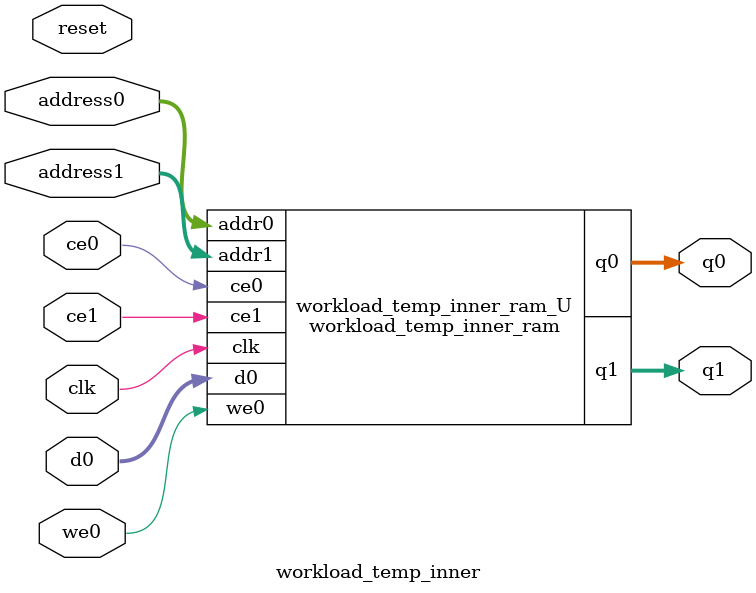
<source format=v>
`timescale 1 ns / 1 ps
module workload_temp_inner_ram (addr0, ce0, d0, we0, q0, addr1, ce1, q1,  clk);

parameter DWIDTH = 32;
parameter AWIDTH = 16;
parameter MEM_SIZE = 33792;

input[AWIDTH-1:0] addr0;
input ce0;
input[DWIDTH-1:0] d0;
input we0;
output reg[DWIDTH-1:0] q0;
input[AWIDTH-1:0] addr1;
input ce1;
output reg[DWIDTH-1:0] q1;
input clk;

(* ram_style = "block" *)reg [DWIDTH-1:0] ram[0:MEM_SIZE-1];




always @(posedge clk)  
begin 
    if (ce0) begin
        if (we0) 
            ram[addr0] <= d0; 
        q0 <= ram[addr0];
    end
end


always @(posedge clk)  
begin 
    if (ce1) begin
        q1 <= ram[addr1];
    end
end


endmodule

`timescale 1 ns / 1 ps
module workload_temp_inner(
    reset,
    clk,
    address0,
    ce0,
    we0,
    d0,
    q0,
    address1,
    ce1,
    q1);

parameter DataWidth = 32'd32;
parameter AddressRange = 32'd33792;
parameter AddressWidth = 32'd16;
input reset;
input clk;
input[AddressWidth - 1:0] address0;
input ce0;
input we0;
input[DataWidth - 1:0] d0;
output[DataWidth - 1:0] q0;
input[AddressWidth - 1:0] address1;
input ce1;
output[DataWidth - 1:0] q1;



workload_temp_inner_ram workload_temp_inner_ram_U(
    .clk( clk ),
    .addr0( address0 ),
    .ce0( ce0 ),
    .we0( we0 ),
    .d0( d0 ),
    .q0( q0 ),
    .addr1( address1 ),
    .ce1( ce1 ),
    .q1( q1 ));

endmodule


</source>
